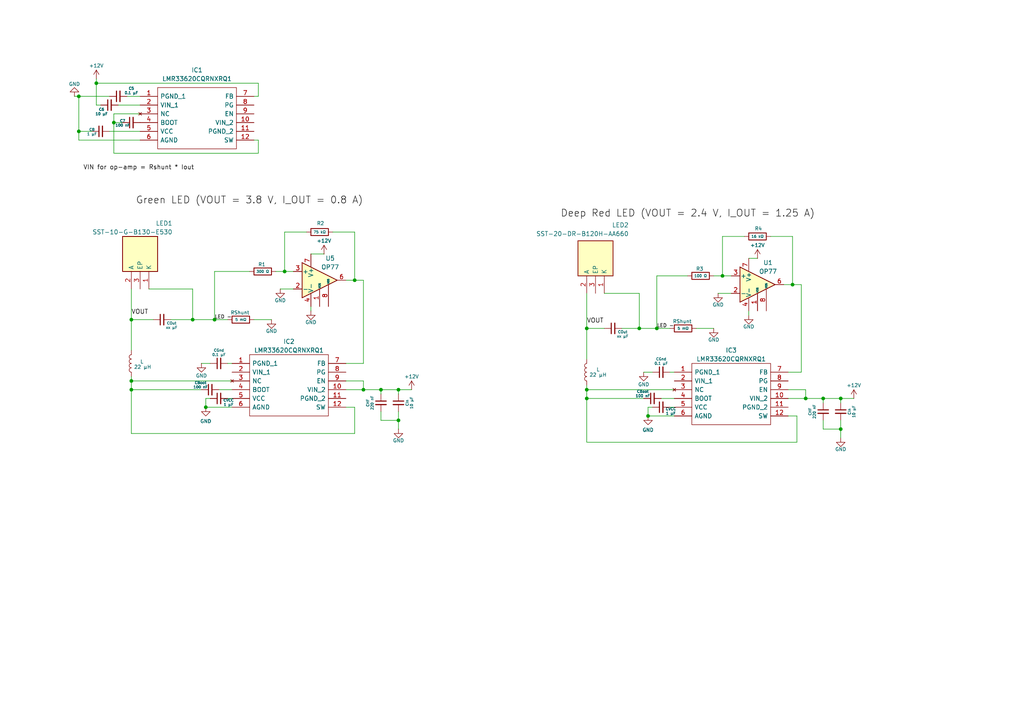
<source format=kicad_sch>
(kicad_sch (version 20231120) (generator "eeschema") (generator_version "8.0")
  (paper "A4")
  (lib_symbols
    (symbol "Amplifier_Operational:OP77" (pin_names (offset 0.127))
      (property "Reference" "U" (at 1.27 6.35 0))
      (property "Value" "OP77" (at 1.27 3.81 0))
      (symbol "OP77_0_1"
        (polyline (pts (xy -5.08 5.08) (xy 5.08 0) (xy -5.08 -5.08) (xy -5.08 5.08)) (stroke (width 0.254)) (fill (type background)))
      )
      (symbol "OP77_1_1"
        (pin input line (at 0 -7.62 90) (length 5.08) (name "VOS") (number "1"))
        (pin input line (at -7.62 -2.54 0) (length 2.54) (name "-") (number "2"))
        (pin input line (at -7.62 2.54 0) (length 2.54) (name "+") (number "3"))
        (pin power_in line (at -2.54 -7.62 90) (length 3.81) (name "V-") (number "4"))
        (pin no_connect line (at 0 2.54 270) (length 2.54) hide (name "NC") (number "5"))
        (pin output line (at 7.62 0 180) (length 2.54) (name "~") (number "6"))
        (pin power_in line (at -2.54 7.62 270) (length 3.81) (name "V+") (number "7"))
        (pin input line (at 2.54 -7.62 90) (length 6.35) (name "VOS") (number "8"))
      )
    )
    (symbol "Device:C_Small" (pin_numbers hide) (pin_names (offset 0.254) hide)
      (property "Reference" "C" (at 0.254 1.778 0))
      (property "Value" "C_Small" (at 0.254 -2.032 0))
      (symbol "C_Small_0_1"
        (polyline (pts (xy -1.524 -0.508) (xy 1.524 -0.508)) (stroke (width 0.3302)))
        (polyline (pts (xy -1.524 0.508) (xy 1.524 0.508)) (stroke (width 0.3048)))
      )
      (symbol "C_Small_1_1"
        (pin passive line (at 0 2.54 270) (length 2.032) (name "~") (number "1"))
        (pin passive line (at 0 -2.54 90) (length 2.032) (name "~") (number "2"))
      )
    )
    (symbol "Device:L" (pin_numbers hide) (pin_names (offset 1.016) hide)
      (property "Reference" "L" (at -1.27 0 90))
      (property "Value" "L" (at 1.905 0 90))
      (symbol "L_0_1"
        (arc (start 0 -2.54) (mid 0.6323 -1.905) (end 0 -1.27))
        (arc (start 0 -1.27) (mid 0.6323 -0.635) (end 0 0))
        (arc (start 0 0) (mid 0.6323 0.635) (end 0 1.27))
        (arc (start 0 1.27) (mid 0.6323 1.905) (end 0 2.54))
      )
      (symbol "L_1_1"
        (pin passive line (at 0 3.81 270) (length 1.27) (name "1") (number "1"))
        (pin passive line (at 0 -3.81 90) (length 1.27) (name "2") (number "2"))
      )
    )
    (symbol "Device:R" (pin_numbers hide) (pin_names (offset 0))
      (property "Reference" "R" (at 2.032 0 90))
      (property "Value" "R" (at 0 0 90))
      (symbol "R_0_1"
        (rectangle (start -1.016 -2.54) (end 1.016 2.54) (stroke (width 0.254)))
      )
      (symbol "R_1_1"
        (pin passive line (at 0 3.81 270) (length 1.27) (name "~") (number "1"))
        (pin passive line (at 0 -3.81 90) (length 1.27) (name "~") (number "2"))
      )
    )
    (symbol "LMR33620CQRNXRQ1:LMR33620CQRNXRQ1" (pin_names (offset 0.762))
      (property "Reference" "IC" (at 29.21 7.62 0))
      (property "Value" "LMR33620CQRNXRQ1" (at 29.21 5.08 0))
      (symbol "LMR33620CQRNXRQ1_0_0"
        (pin passive line (at 0 0 0) (length 5.08) (name "PGND_1") (number "1"))
        (pin passive line (at 33.02 -7.62 180) (length 5.08) (name "VIN_2") (number "10"))
        (pin passive line (at 33.02 -10.16 180) (length 5.08) (name "PGND_2") (number "11"))
        (pin passive line (at 33.02 -12.7 180) (length 5.08) (name "SW") (number "12"))
        (pin passive line (at 0 -2.54 0) (length 5.08) (name "VIN_1") (number "2"))
        (pin no_connect line (at 0 -5.08 0) (length 5.08) (name "NC") (number "3"))
        (pin passive line (at 0 -7.62 0) (length 5.08) (name "BOOT") (number "4"))
        (pin passive line (at 0 -10.16 0) (length 5.08) (name "VCC") (number "5"))
        (pin passive line (at 0 -12.7 0) (length 5.08) (name "AGND") (number "6"))
        (pin passive line (at 33.02 0 180) (length 5.08) (name "FB") (number "7"))
        (pin passive line (at 33.02 -2.54 180) (length 5.08) (name "PG") (number "8"))
        (pin passive line (at 33.02 -5.08 180) (length 5.08) (name "EN") (number "9"))
      )
      (symbol "LMR33620CQRNXRQ1_0_1"
        (polyline (pts (xy 5.08 2.54) (xy 27.94 2.54) (xy 27.94 -15.24) (xy 5.08 -15.24) (xy 5.08 2.54)) (stroke (width 0.1524)))
      )
    )
    (symbol "SST-10-G-B130-E530:SST-10-G-B130-E530"
      (property "Reference" "LED" (at 16.51 7.62 0))
      (property "Value" "SST-10-G-B130-E530" (at 16.51 5.08 0))
      (symbol "SST-10-G-B130-E530_1_1"
        (rectangle (start 5.08 2.54) (end 15.24 -7.62) (stroke (width 0.254)) (fill (type background)))
        (pin passive line (at 0 0 0) (length 5.08) (name "K") (number "1"))
        (pin passive line (at 0 -5.08 0) (length 5.08) (name "A") (number "2"))
        (pin passive line (at 0 -2.54 0) (length 5.08) (name "EP") (number "3"))
      )
    )
    (symbol "SST-20-DR-B120H-AA660:SST-20-DR-B120H-AA660"
      (property "Reference" "LED" (at 16.51 7.62 0))
      (property "Value" "SST-20-DR-B120H-AA660" (at 16.51 5.08 0))
      (symbol "SST-20-DR-B120H-AA660_1_1"
        (rectangle (start 5.08 2.54) (end 15.24 -7.62) (stroke (width 0.254)) (fill (type background)))
        (pin passive line (at 0 0 0) (length 5.08) (name "K") (number "1"))
        (pin passive line (at 0 -5.08 0) (length 5.08) (name "A") (number "2"))
        (pin passive line (at 0 -2.54 0) (length 5.08) (name "EP") (number "3"))
      )
    )
    (symbol "power:+12V" (power) (pin_numbers hide) (pin_names (offset 0) hide)
      (property "Value" "+12V" (at 0 3.556 0))
      (symbol "+12V_0_1"
        (polyline (pts (xy -0.762 1.27) (xy 0 2.54)))
        (polyline (pts (xy 0 0) (xy 0 2.54)))
        (polyline (pts (xy 0 2.54) (xy 0.762 1.27)))
      )
      (symbol "+12V_1_1"
        (pin power_in line (at 0 0 90) (length 0) (name "~") (number "1"))
      )
    )
    (symbol "power:GND" (power) (pin_numbers hide) (pin_names (offset 0) hide)
      (property "Value" "GND" (at 0 -3.81 0))
      (symbol "GND_0_1"
        (polyline (pts (xy 0 0) (xy 0 -1.27) (xy 1.27 -1.27) (xy 0 -2.54) (xy -1.27 -1.27) (xy 0 -1.27)))
      )
      (symbol "GND_1_1"
        (pin power_in line (at 0 0 270) (length 0) (name "~") (number "1"))
      )
    )
  )
  (junction (at 62.23 92.71))
  (junction (at 170.18 95.25))
  (junction (at 185.42 95.25))
  (junction (at 115.57 113.03))
  (junction (at 229.87 82.55))
  (junction (at 102.87 81.28))
  (junction (at 105.41 113.03))
  (junction (at 38.1 92.71))
  (junction (at 55.88 92.71))
  (junction (at 209.55 80.01))
  (junction (at 115.57 121.92))
  (junction (at 33.02 35.56))
  (junction (at 243.84 115.57))
  (junction (at 110.49 113.03))
  (junction (at 170.18 113.03))
  (junction (at 170.18 115.57))
  (junction (at 38.1 113.03))
  (junction (at 22.86 38.1))
  (junction (at 233.68 115.57))
  (junction (at 59.69 118.11))
  (junction (at 22.86 27.94))
  (junction (at 27.94 24.13))
  (junction (at 38.1 110.49))
  (junction (at 190.5 95.25))
  (junction (at 82.55 78.74))
  (junction (at 238.76 115.57))
  (junction (at 187.96 120.65))
  (junction (at 243.84 124.46))
  (wire (pts (xy 170.18 115.57) (xy 170.18 113.03)))
  (wire (pts (xy 231.14 120.65) (xy 231.14 128.27)))
  (wire (pts (xy 105.41 105.41) (xy 100.33 105.41)))
  (wire (pts (xy 74.93 44.45) (xy 33.02 44.45)))
  (wire (pts (xy 31.75 38.1) (xy 40.64 38.1)))
  (wire (pts (xy 74.93 40.64) (xy 74.93 44.45)))
  (wire (pts (xy 74.93 27.94) (xy 73.66 27.94)))
  (wire (pts (xy 102.87 125.73) (xy 38.1 125.73)))
  (wire (pts (xy 110.49 121.92) (xy 115.57 121.92)))
  (wire (pts (xy 59.69 115.57) (xy 59.69 118.11)))
  (wire (pts (xy 38.1 113.03) (xy 38.1 110.49)))
  (wire (pts (xy 38.1 109.22) (xy 38.1 110.49)))
  (wire (pts (xy 33.02 44.45) (xy 33.02 35.56)))
  (wire (pts (xy 187.96 118.11) (xy 189.23 118.11)))
  (wire (pts (xy 22.86 38.1) (xy 22.86 27.94)))
  (wire (pts (xy 38.1 92.71) (xy 44.45 92.71)))
  (wire (pts (xy 73.66 92.71) (xy 78.74 92.71)))
  (wire (pts (xy 49.53 92.71) (xy 55.88 92.71)))
  (wire (pts (xy 27.94 24.13) (xy 27.94 30.48)))
  (wire (pts (xy 38.1 113.03) (xy 58.42 113.03)))
  (wire (pts (xy 73.66 40.64) (xy 74.93 40.64)))
  (wire (pts (xy 62.23 92.71) (xy 66.04 92.71)))
  (wire (pts (xy 58.42 105.41) (xy 60.96 105.41)))
  (wire (pts (xy 100.33 118.11) (xy 102.87 118.11)))
  (wire (pts (xy 207.01 80.01) (xy 209.55 80.01)))
  (wire (pts (xy 217.17 90.17) (xy 217.17 91.44)))
  (wire (pts (xy 63.5 113.03) (xy 67.31 113.03)))
  (wire (pts (xy 55.88 92.71) (xy 62.23 92.71)))
  (wire (pts (xy 33.02 35.56) (xy 33.02 33.02)))
  (wire (pts (xy 62.23 78.74) (xy 72.39 78.74)))
  (wire (pts (xy 59.69 115.57) (xy 60.96 115.57)))
  (wire (pts (xy 90.17 88.9) (xy 90.17 90.17)))
  (wire (pts (xy 93.98 73.66) (xy 90.17 73.66)))
  (wire (pts (xy 219.71 74.93) (xy 217.17 74.93)))
  (wire (pts (xy 180.34 95.25) (xy 185.42 95.25)))
  (wire (pts (xy 190.5 95.25) (xy 190.5 80.01)))
  (wire (pts (xy 66.04 105.41) (xy 67.31 105.41)))
  (wire (pts (xy 55.88 83.82) (xy 55.88 92.71)))
  (wire (pts (xy 110.49 119.38) (xy 110.49 121.92)))
  (wire (pts (xy 102.87 67.31) (xy 102.87 81.28)))
  (wire (pts (xy 22.86 40.64) (xy 22.86 38.1)))
  (wire (pts (xy 170.18 113.03) (xy 195.58 113.03)))
  (wire (pts (xy 227.33 82.55) (xy 229.87 82.55)))
  (wire (pts (xy 243.84 116.84) (xy 243.84 115.57)))
  (wire (pts (xy 232.41 107.95) (xy 228.6 107.95)))
  (wire (pts (xy 170.18 95.25) (xy 175.26 95.25)))
  (wire (pts (xy 22.86 27.94) (xy 31.75 27.94)))
  (wire (pts (xy 102.87 118.11) (xy 102.87 125.73)))
  (wire (pts (xy 228.6 113.03) (xy 233.68 113.03)))
  (wire (pts (xy 170.18 128.27) (xy 170.18 115.57)))
  (wire (pts (xy 232.41 82.55) (xy 232.41 107.95)))
  (wire (pts (xy 21.59 27.94) (xy 22.86 27.94)))
  (wire (pts (xy 201.93 95.25) (xy 207.01 95.25)))
  (wire (pts (xy 170.18 115.57) (xy 186.69 115.57)))
  (wire (pts (xy 115.57 124.46) (xy 115.57 121.92)))
  (wire (pts (xy 223.52 68.58) (xy 229.87 68.58)))
  (wire (pts (xy 66.04 115.57) (xy 67.31 115.57)))
  (wire (pts (xy 238.76 121.92) (xy 238.76 124.46)))
  (wire (pts (xy 194.31 107.95) (xy 195.58 107.95)))
  (wire (pts (xy 80.01 78.74) (xy 82.55 78.74)))
  (wire (pts (xy 105.41 81.28) (xy 105.41 105.41)))
  (wire (pts (xy 62.23 92.71) (xy 62.23 78.74)))
  (wire (pts (xy 38.1 110.49) (xy 67.31 110.49)))
  (wire (pts (xy 33.02 33.02) (xy 40.64 33.02)))
  (wire (pts (xy 105.41 113.03) (xy 100.33 113.03)))
  (wire (pts (xy 100.33 81.28) (xy 102.87 81.28)))
  (wire (pts (xy 194.31 118.11) (xy 195.58 118.11)))
  (wire (pts (xy 38.1 92.71) (xy 38.1 101.6)))
  (wire (pts (xy 100.33 110.49) (xy 105.41 110.49)))
  (wire (pts (xy 190.5 80.01) (xy 199.39 80.01)))
  (wire (pts (xy 59.69 118.11) (xy 67.31 118.11)))
  (wire (pts (xy 186.69 107.95) (xy 189.23 107.95)))
  (wire (pts (xy 243.84 124.46) (xy 243.84 121.92)))
  (wire (pts (xy 115.57 121.92) (xy 115.57 119.38)))
  (wire (pts (xy 170.18 111.76) (xy 170.18 113.03)))
  (wire (pts (xy 40.64 40.64) (xy 22.86 40.64)))
  (wire (pts (xy 27.94 30.48) (xy 29.21 30.48)))
  (wire (pts (xy 187.96 118.11) (xy 187.96 120.65)))
  (wire (pts (xy 105.41 110.49) (xy 105.41 113.03)))
  (wire (pts (xy 43.18 83.82) (xy 55.88 83.82)))
  (wire (pts (xy 38.1 125.73) (xy 38.1 113.03)))
  (wire (pts (xy 243.84 115.57) (xy 238.76 115.57)))
  (wire (pts (xy 26.67 38.1) (xy 22.86 38.1)))
  (wire (pts (xy 105.41 113.03) (xy 110.49 113.03)))
  (wire (pts (xy 170.18 85.09) (xy 170.18 95.25)))
  (wire (pts (xy 102.87 81.28) (xy 105.41 81.28)))
  (wire (pts (xy 82.55 78.74) (xy 82.55 67.31)))
  (wire (pts (xy 208.28 85.09) (xy 212.09 85.09)))
  (wire (pts (xy 228.6 120.65) (xy 231.14 120.65)))
  (wire (pts (xy 74.93 24.13) (xy 27.94 24.13)))
  (wire (pts (xy 190.5 95.25) (xy 194.31 95.25)))
  (wire (pts (xy 233.68 115.57) (xy 238.76 115.57)))
  (wire (pts (xy 36.83 27.94) (xy 40.64 27.94)))
  (wire (pts (xy 33.02 35.56) (xy 35.56 35.56)))
  (wire (pts (xy 119.38 113.03) (xy 115.57 113.03)))
  (wire (pts (xy 175.26 85.09) (xy 185.42 85.09)))
  (wire (pts (xy 238.76 124.46) (xy 243.84 124.46)))
  (wire (pts (xy 229.87 68.58) (xy 229.87 82.55)))
  (wire (pts (xy 231.14 128.27) (xy 170.18 128.27)))
  (wire (pts (xy 74.93 27.94) (xy 74.93 24.13)))
  (wire (pts (xy 170.18 95.25) (xy 170.18 104.14)))
  (wire (pts (xy 38.1 83.82) (xy 38.1 92.71)))
  (wire (pts (xy 27.94 22.86) (xy 27.94 24.13)))
  (wire (pts (xy 115.57 114.3) (xy 115.57 113.03)))
  (wire (pts (xy 115.57 113.03) (xy 110.49 113.03)))
  (wire (pts (xy 233.68 113.03) (xy 233.68 115.57)))
  (wire (pts (xy 233.68 115.57) (xy 228.6 115.57)))
  (wire (pts (xy 187.96 120.65) (xy 195.58 120.65)))
  (wire (pts (xy 82.55 67.31) (xy 88.9 67.31)))
  (wire (pts (xy 191.77 115.57) (xy 195.58 115.57)))
  (wire (pts (xy 247.65 115.57) (xy 243.84 115.57)))
  (wire (pts (xy 81.28 83.82) (xy 85.09 83.82)))
  (wire (pts (xy 209.55 80.01) (xy 212.09 80.01)))
  (wire (pts (xy 185.42 95.25) (xy 190.5 95.25)))
  (wire (pts (xy 185.42 85.09) (xy 185.42 95.25)))
  (wire (pts (xy 209.55 68.58) (xy 215.9 68.58)))
  (wire (pts (xy 96.52 67.31) (xy 102.87 67.31)))
  (wire (pts (xy 229.87 82.55) (xy 232.41 82.55)))
  (wire (pts (xy 82.55 78.74) (xy 85.09 78.74)))
  (wire (pts (xy 110.49 114.3) (xy 110.49 113.03)))
  (wire (pts (xy 34.29 30.48) (xy 40.64 30.48)))
  (wire (pts (xy 238.76 116.84) (xy 238.76 115.57)))
  (wire (pts (xy 243.84 127) (xy 243.84 124.46)))
  (wire (pts (xy 209.55 80.01) (xy 209.55 68.58)))
  (label "VOUT" (at 170.18 93.98 0))
  (label "Green LED (VOUT = 3.8 V, I_OUT = 0.8 A)" (at 39.37 59.69 0) (effects (font (size 2.032 2.032))))
  (label "VOUT" (at 38.1 91.44 0))
  (label "Deep Red LED (VOUT = 2.4 V, I_OUT = 1.25 A)" (at 162.56 63.5 0) (effects (font (size 2.032 2.032))))
  (label "VIN for op-amp = Rshunt * Iout" (at 24.13 49.53 0))
  (label "LED -" (at 190.5 95.25 0) (effects (font (size 1.016 1.016))))
  (label "LED -" (at 62.23 92.71 0) (effects (font (size 1.016 1.016))))
  (symbol (lib_id "Device:C_Small") (at 238.76 119.38 0) (mirror y) (unit 1)
    (property "Reference" "CHF" (at 234.95 119.38 90) (effects (font (size 0.762 0.762))))
    (property "Value" "220 nF" (at 236.22 119.38 90) (effects (font (size 0.762 0.762))))
    (property "Description" "Unpolarized capacitor, small symbol" (effects (hide yes)))
  )
  (symbol (lib_id "Device:R") (at 76.2 78.74 90) (unit 1)
    (property "Reference" "R1" (at 75.946 76.708 90) (effects (font (size 1.016 1.016))))
    (property "Value" "300 Ω" (at 76.2 78.74 90) (effects (font (size 0.762 0.762))))
    (property "Description" "Resistor" (effects (hide yes)))
  )
  (symbol (lib_id "Device:C_Small") (at 189.23 115.57 90) (unit 1)
    (property "Reference" "CBoot" (at 186.436 113.538 90) (effects (font (size 0.762 0.762))))
    (property "Value" "100 nF" (at 186.436 114.808 90) (effects (font (size 0.762 0.762))))
    (property "Description" "Unpolarized capacitor, small symbol" (effects (hide yes)))
  )
  (symbol (lib_id "Device:R") (at 92.71 67.31 90) (unit 1)
    (property "Reference" "R2" (at 92.964 64.77 90) (effects (font (size 1.016 1.016))))
    (property "Value" "75 kΩ" (at 92.71 67.31 90) (effects (font (size 0.762 0.762))))
    (property "Description" "Resistor" (effects (hide yes)))
  )
  (symbol (lib_id "Device:C_Small") (at 46.99 92.71 90) (unit 1)
    (property "Reference" "COut" (at 49.784 93.726 90) (effects (font (size 0.762 0.762))))
    (property "Value" "xx µF" (at 49.784 94.996 90) (effects (font (size 0.762 0.762))))
    (property "Description" "Unpolarized capacitor, small symbol" (effects (hide yes)))
  )
  (symbol (lib_id "Device:R") (at 69.85 92.71 90) (unit 1)
    (property "Reference" "RShunt" (at 69.596 90.678 90) (effects (font (size 1.016 1.016))))
    (property "Value" "5 mΩ" (at 69.85 92.71 90) (effects (font (size 0.762 0.762))))
    (property "Description" "Resistor" (effects (hide yes)))
  )
  (symbol (lib_id "power:+12V") (at 219.71 74.93 0) (mirror y) (unit 1)
    (property "Reference" "#PWR022" (effects (hide yes)))
    (property "Value" "+12V" (at 219.71 71.12 0) (effects (font (size 1.016 1.016))))
    (property "Description" "Power symbol creates a global label with name \"+12V\"" (effects (hide yes)))
  )
  (symbol (lib_id "Device:C_Small") (at 38.1 35.56 90) (unit 1)
    (property "Reference" "C7" (at 35.56 35.052 90) (effects (font (size 0.762 0.762))))
    (property "Value" "100 nF" (at 35.56 36.322 90) (effects (font (size 0.762 0.762))))
    (property "Description" "Unpolarized capacitor, small symbol" (effects (hide yes)))
  )
  (symbol (lib_id "power:GND") (at 243.84 127 0) (mirror y) (unit 1)
    (property "Reference" "#PWR013" (effects (hide yes)))
    (property "Value" "GND" (at 243.84 130.302 0) (effects (font (size 1.016 1.016))))
    (property "Description" "Power symbol creates a global label with name \"GND\" , ground" (effects (hide yes)))
  )
  (symbol (lib_id "Device:C_Small") (at 63.5 115.57 90) (unit 1)
    (property "Reference" "CVCC" (at 66.294 116.078 90) (effects (font (size 0.762 0.762))))
    (property "Value" "1 µF" (at 66.294 117.348 90) (effects (font (size 0.762 0.762))))
    (property "Description" "Unpolarized capacitor, small symbol" (effects (hide yes)))
  )
  (symbol (lib_id "power:GND") (at 217.17 91.44 0) (unit 1)
    (property "Reference" "#PWR021" (effects (hide yes)))
    (property "Value" "GND" (at 217.17 94.742 0) (effects (font (size 1.016 1.016))))
    (property "Description" "Power symbol creates a global label with name \"GND\" , ground" (effects (hide yes)))
  )
  (symbol (lib_id "power:GND") (at 186.69 107.95 0) (unit 1)
    (property "Reference" "#PWR09" (effects (hide yes)))
    (property "Value" "GND" (at 186.69 111.506 0) (effects (font (size 1.016 1.016))))
    (property "Description" "Power symbol creates a global label with name \"GND\" , ground" (effects (hide yes)))
  )
  (symbol (lib_id "LMR33620CQRNXRQ1:LMR33620CQRNXRQ1") (at 195.58 107.95 0) (unit 1)
    (property "Reference" "IC3" (at 212.09 101.6 0))
    (property "Value" "LMR33620CQRNXRQ1" (at 212.09 104.14 0))
    (property "Footprint" "LMR36015FSCQRNXTQ1" (effects (hide yes)))
    (property "Datasheet" "https://www.ti.com/lit/gpn/lmr33620-q1" (effects (hide yes)))
    (property "Description" "Conv DC-DC 3.8V to 36V Synchronous Step Down Single-Out 1V to 24V 2A Automotive 12-Pin VQFN-HR T/R" (effects (hide yes)))
    (property "Description_1" "Conv DC-DC 3.8V to 36V Synchronous Step Down Single-Out 1V to 24V 2A Automotive 12-Pin VQFN-HR T/R" (effects (hide yes)))
    (property "Height" "0.9" (effects (hide yes)))
    (property "Mouser Part Number" "595-LMR33620CQRNXRQ1" (effects (hide yes)))
    (property "Mouser Price/Stock" "https://www.mouser.co.uk/ProductDetail/Texas-Instruments/LMR33620CQRNXRQ1?qs=PqoDHHvF648ChHGHxEMweg%3D%3D" (effects (hide yes)))
    (property "Manufacturer_Name" "Texas Instruments" (effects (hide yes)))
    (property "Manufacturer_Part_Number" "LMR33620CQRNXRQ1" (effects (hide yes)))
  )
  (symbol (lib_id "Device:C_Small") (at 115.57 116.84 0) (mirror y) (unit 1)
    (property "Reference" "CIn" (at 118.11 116.84 90) (effects (font (size 0.762 0.762))))
    (property "Value" "10 µF" (at 119.38 116.84 90) (effects (font (size 0.762 0.762))))
    (property "Description" "Unpolarized capacitor, small symbol" (effects (hide yes)))
  )
  (symbol (lib_id "power:GND") (at 207.01 95.25 0) (unit 1)
    (property "Reference" "#PWR011" (effects (hide yes)))
    (property "Value" "GND" (at 207.01 98.552 0) (effects (font (size 1.016 1.016))))
    (property "Description" "Power symbol creates a global label with name \"GND\" , ground" (effects (hide yes)))
  )
  (symbol (lib_id "Device:C_Small") (at 177.8 95.25 90) (unit 1)
    (property "Reference" "COut" (at 180.594 96.266 90) (effects (font (size 0.762 0.762))))
    (property "Value" "xx µF" (at 180.594 97.536 90) (effects (font (size 0.762 0.762))))
    (property "Description" "Unpolarized capacitor, small symbol" (effects (hide yes)))
  )
  (symbol (lib_id "Device:L") (at 170.18 107.95 180) (unit 1)
    (property "Reference" "L" (at 172.974 107.188 0) (effects (font (size 1.016 1.016)) (justify right)))
    (property "Value" "22 µH" (at 170.942 108.712 0) (effects (font (size 1.016 1.016)) (justify right)))
    (property "Description" "Inductor" (effects (hide yes)))
  )
  (symbol (lib_id "power:GND") (at 21.59 27.94 180) (unit 1)
    (property "Reference" "#PWR04" (effects (hide yes)))
    (property "Value" "GND" (at 21.59 24.384 0) (effects (font (size 1.016 1.016))))
    (property "Description" "Power symbol creates a global label with name \"GND\" , ground" (effects (hide yes)))
  )
  (symbol (lib_id "power:+12V") (at 247.65 115.57 0) (mirror y) (unit 1)
    (property "Reference" "#PWR014" (effects (hide yes)))
    (property "Value" "+12V" (at 247.65 111.76 0) (effects (font (size 1.016 1.016))))
    (property "Description" "Power symbol creates a global label with name \"+12V\"" (effects (hide yes)))
  )
  (symbol (lib_id "LMR33620CQRNXRQ1:LMR33620CQRNXRQ1") (at 40.64 27.94 0) (unit 1)
    (property "Reference" "IC1" (at 57.15 20.32 0))
    (property "Value" "LMR33620CQRNXRQ1" (at 57.15 22.86 0))
    (property "Footprint" "LMR36015FSCQRNXTQ1" (effects (hide yes)))
    (property "Datasheet" "https://www.ti.com/lit/gpn/lmr33620-q1" (effects (hide yes)))
    (property "Description" "Conv DC-DC 3.8V to 36V Synchronous Step Down Single-Out 1V to 24V 2A Automotive 12-Pin VQFN-HR T/R" (effects (hide yes)))
    (property "Description_1" "Conv DC-DC 3.8V to 36V Synchronous Step Down Single-Out 1V to 24V 2A Automotive 12-Pin VQFN-HR T/R" (effects (hide yes)))
    (property "Height" "0.9" (effects (hide yes)))
    (property "Mouser Part Number" "595-LMR33620CQRNXRQ1" (effects (hide yes)))
    (property "Mouser Price/Stock" "https://www.mouser.co.uk/ProductDetail/Texas-Instruments/LMR33620CQRNXRQ1?qs=PqoDHHvF648ChHGHxEMweg%3D%3D" (effects (hide yes)))
    (property "Manufacturer_Name" "Texas Instruments" (effects (hide yes)))
    (property "Manufacturer_Part_Number" "LMR33620CQRNXRQ1" (effects (hide yes)))
  )
  (symbol (lib_id "power:GND") (at 115.57 124.46 0) (mirror y) (unit 1)
    (property "Reference" "#PWR06" (effects (hide yes)))
    (property "Value" "GND" (at 115.57 127.762 0) (effects (font (size 1.016 1.016))))
    (property "Description" "Power symbol creates a global label with name \"GND\" , ground" (effects (hide yes)))
  )
  (symbol (lib_id "power:GND") (at 78.74 92.71 0) (unit 1)
    (property "Reference" "#PWR07" (effects (hide yes)))
    (property "Value" "GND" (at 78.74 96.012 0) (effects (font (size 1.016 1.016))))
    (property "Description" "Power symbol creates a global label with name \"GND\" , ground" (effects (hide yes)))
  )
  (symbol (lib_id "SST-10-G-B130-E530:SST-10-G-B130-E530") (at 43.18 83.82 270) (mirror x) (unit 1)
    (property "Reference" "LED1" (at 50.038 64.77 90) (effects (justify right)))
    (property "Value" "SST-10-G-B130-E530" (at 50.038 67.31 90) (effects (justify right)))
    (property "Footprint" "SST10GB130E530" (effects (hide yes)))
    (property "Datasheet" "https://download.luminus.com/datasheets/Luminus_SST-10-G_Datasheet.pdf" (effects (hide yes)))
    (property "Description" "High Power LEDs - Single Color Green LED Emit 530nm, SST-10 Series" (effects (hide yes)))
    (property "Height" "2.03" (effects (hide yes)))
    (property "Mouser Part Number" "896-SST10GB130E530" (effects (hide yes)))
    (property "Mouser Price/Stock" "https://www.mouser.co.uk/ProductDetail/Luminus-Devices/SST-10-G-B130-E530?qs=byeeYqUIh0NWJqegOqjEoQ%3D%3D" (effects (hide yes)))
    (property "Manufacturer_Name" "Luminus Devices Inc." (effects (hide yes)))
    (property "Manufacturer_Part_Number" "SST-10-G-B130-E530" (effects (hide yes)))
  )
  (symbol (lib_id "Device:L") (at 38.1 105.41 180) (unit 1)
    (property "Reference" "L" (at 40.64 104.902 0) (effects (font (size 1.016 1.016)) (justify right)))
    (property "Value" "22 µH" (at 38.862 106.426 0) (effects (font (size 1.016 1.016)) (justify right)))
    (property "Description" "Inductor" (effects (hide yes)))
  )
  (symbol (lib_id "Device:C_Small") (at 34.29 27.94 90) (unit 1)
    (property "Reference" "C5" (at 38.1 25.654 90) (effects (font (size 0.762 0.762))))
    (property "Value" "0.1 µF" (at 38.1 26.924 90) (effects (font (size 0.762 0.762))))
    (property "Description" "Unpolarized capacitor, small symbol" (effects (hide yes)))
  )
  (symbol (lib_id "power:+12V") (at 93.98 73.66 0) (mirror y) (unit 1)
    (property "Reference" "#PWR016" (effects (hide yes)))
    (property "Value" "+12V" (at 93.98 69.85 0) (effects (font (size 1.016 1.016))))
    (property "Description" "Power symbol creates a global label with name \"+12V\"" (effects (hide yes)))
  )
  (symbol (lib_id "Device:R") (at 219.71 68.58 90) (unit 1)
    (property "Reference" "R4" (at 219.964 66.294 90) (effects (font (size 1.016 1.016))))
    (property "Value" "16 kΩ" (at 219.71 68.58 90) (effects (font (size 0.762 0.762))))
    (property "Description" "Resistor" (effects (hide yes)))
  )
  (symbol (lib_id "Device:C_Small") (at 63.5 105.41 90) (unit 1)
    (property "Reference" "CGnd" (at 63.5 101.6 90) (effects (font (size 0.762 0.762))))
    (property "Value" "0.1 µF" (at 63.5 102.87 90) (effects (font (size 0.762 0.762))))
    (property "Description" "Unpolarized capacitor, small symbol" (effects (hide yes)))
  )
  (symbol (lib_id "Device:C_Small") (at 29.21 38.1 90) (unit 1)
    (property "Reference" "C8" (at 26.67 37.592 90) (effects (font (size 0.762 0.762))))
    (property "Value" "1 µF" (at 26.67 38.862 90) (effects (font (size 0.762 0.762))))
    (property "Description" "Unpolarized capacitor, small symbol" (effects (hide yes)))
  )
  (symbol (lib_id "Device:R") (at 203.2 80.01 90) (unit 1)
    (property "Reference" "R3" (at 202.946 77.978 90) (effects (font (size 1.016 1.016))))
    (property "Value" "100 Ω" (at 203.2 80.01 90) (effects (font (size 0.762 0.762))))
    (property "Description" "Resistor" (effects (hide yes)))
  )
  (symbol (lib_id "power:GND") (at 90.17 90.17 0) (unit 1)
    (property "Reference" "#PWR015" (effects (hide yes)))
    (property "Value" "GND" (at 90.17 93.472 0) (effects (font (size 1.016 1.016))))
    (property "Description" "Power symbol creates a global label with name \"GND\" , ground" (effects (hide yes)))
  )
  (symbol (lib_id "power:+12V") (at 119.38 113.03 0) (mirror y) (unit 1)
    (property "Reference" "#PWR05" (effects (hide yes)))
    (property "Value" "+12V" (at 119.38 109.22 0) (effects (font (size 1.016 1.016))))
    (property "Description" "Power symbol creates a global label with name \"+12V\"" (effects (hide yes)))
  )
  (symbol (lib_id "Device:C_Small") (at 191.77 107.95 90) (unit 1)
    (property "Reference" "CGnd" (at 191.77 104.14 90) (effects (font (size 0.762 0.762))))
    (property "Value" "0.1 µF" (at 191.77 105.41 90) (effects (font (size 0.762 0.762))))
    (property "Description" "Unpolarized capacitor, small symbol" (effects (hide yes)))
  )
  (symbol (lib_id "power:GND") (at 58.42 105.41 0) (unit 1)
    (property "Reference" "#PWR02" (effects (hide yes)))
    (property "Value" "GND" (at 58.42 108.966 0) (effects (font (size 1.016 1.016))))
    (property "Description" "Power symbol creates a global label with name \"GND\" , ground" (effects (hide yes)))
  )
  (symbol (lib_id "SST-20-DR-B120H-AA660:SST-20-DR-B120H-AA660") (at 175.26 85.09 270) (mirror x) (unit 1)
    (property "Reference" "LED2" (at 182.372 65.278 90) (effects (justify right)))
    (property "Value" "SST-20-DR-B120H-AA660" (at 182.372 67.818 90) (effects (justify right)))
    (property "Footprint" "SST20DRB120HAA660" (effects (hide yes)))
    (property "Datasheet" "https://download.luminus.com/datasheets/Luminus_SST-20-DRH_Gen3_Datasheet.pdf" (effects (hide yes)))
    (property "Description" "High Power LEDs - Single Color Deep Red LED 660 nm ,SST-20 Series" (effects (hide yes)))
    (property "Height" "2.11" (effects (hide yes)))
    (property "Mouser Part Number" "896-SST20DRB120HAA66" (effects (hide yes)))
    (property "Mouser Price/Stock" "https://www.mouser.co.uk/ProductDetail/Luminus-Devices/SST-20-DR-B120H-AA660?qs=tlsG%2FOw5FFghCLTHcaJGVw%3D%3D" (effects (hide yes)))
    (property "Manufacturer_Name" "Luminus Devices Inc." (effects (hide yes)))
    (property "Manufacturer_Part_Number" "SST-20-DR-B120H-AA660" (effects (hide yes)))
  )
  (symbol (lib_id "power:+12V") (at 27.94 22.86 0) (unit 1)
    (property "Reference" "#PWR03" (effects (hide yes)))
    (property "Value" "+12V" (at 27.94 19.05 0) (effects (font (size 1.016 1.016))))
    (property "Description" "Power symbol creates a global label with name \"+12V\"" (effects (hide yes)))
  )
  (symbol (lib_id "power:GND") (at 208.28 85.09 0) (unit 1)
    (property "Reference" "#PWR012" (effects (hide yes)))
    (property "Value" "GND" (at 208.28 88.392 0) (effects (font (size 1.016 1.016))))
    (property "Description" "Power symbol creates a global label with name \"GND\" , ground" (effects (hide yes)))
  )
  (symbol (lib_id "Amplifier_Operational:OP77") (at 219.71 82.55 0) (unit 1)
    (property "Reference" "U1" (at 222.758 76.2 0))
    (property "Value" "OP77" (at 222.758 78.74 0))
    (property "Datasheet" "https://www.analog.com/media/en/technical-documentation/data-sheets/OP77.pdf" (effects (hide yes)))
    (property "Description" "Next Generation OP07 Ultralow Offset Voltage Operational Amplifier, DIP-8/TO-99-8" (effects (hide yes)))
  )
  (symbol (lib_id "Device:C_Small") (at 60.96 113.03 90) (unit 1)
    (property "Reference" "CBoot" (at 58.166 110.998 90) (effects (font (size 0.762 0.762))))
    (property "Value" "100 nF" (at 58.166 112.268 90) (effects (font (size 0.762 0.762))))
    (property "Description" "Unpolarized capacitor, small symbol" (effects (hide yes)))
  )
  (symbol (lib_id "Device:C_Small") (at 110.49 116.84 0) (mirror y) (unit 1)
    (property "Reference" "CHF" (at 106.68 116.84 90) (effects (font (size 0.762 0.762))))
    (property "Value" "220 nF" (at 107.95 116.84 90) (effects (font (size 0.762 0.762))))
    (property "Description" "Unpolarized capacitor, small symbol" (effects (hide yes)))
  )
  (symbol (lib_id "Device:C_Small") (at 191.77 118.11 90) (unit 1)
    (property "Reference" "CVCC" (at 194.564 118.618 90) (effects (font (size 0.762 0.762))))
    (property "Value" "1 µF" (at 194.564 119.888 90) (effects (font (size 0.762 0.762))))
    (property "Description" "Unpolarized capacitor, small symbol" (effects (hide yes)))
  )
  (symbol (lib_id "power:GND") (at 187.96 120.65 0) (unit 1)
    (property "Reference" "#PWR010" (effects (hide yes)))
    (property "Value" "GND" (at 187.96 124.714 0) (effects (font (size 1.016 1.016))))
    (property "Description" "Power symbol creates a global label with name \"GND\" , ground" (effects (hide yes)))
  )
  (symbol (lib_id "power:GND") (at 81.28 83.82 0) (unit 1)
    (property "Reference" "#PWR08" (effects (hide yes)))
    (property "Value" "GND" (at 81.28 87.122 0) (effects (font (size 1.016 1.016))))
    (property "Description" "Power symbol creates a global label with name \"GND\" , ground" (effects (hide yes)))
  )
  (symbol (lib_id "Device:C_Small") (at 31.75 30.48 90) (unit 1)
    (property "Reference" "C6" (at 29.464 31.75 90) (effects (font (size 0.762 0.762))))
    (property "Value" "10 µF" (at 29.464 33.02 90) (effects (font (size 0.762 0.762))))
    (property "Description" "Unpolarized capacitor, small symbol" (effects (hide yes)))
  )
  (symbol (lib_id "power:GND") (at 59.69 118.11 0) (unit 1)
    (property "Reference" "#PWR01" (effects (hide yes)))
    (property "Value" "GND" (at 59.69 122.174 0) (effects (font (size 1.016 1.016))))
    (property "Description" "Power symbol creates a global label with name \"GND\" , ground" (effects (hide yes)))
  )
  (symbol (lib_id "LMR33620CQRNXRQ1:LMR33620CQRNXRQ1") (at 67.31 105.41 0) (unit 1)
    (property "Reference" "IC2" (at 83.82 99.06 0))
    (property "Value" "LMR33620CQRNXRQ1" (at 83.82 101.6 0))
    (property "Footprint" "LMR36015FSCQRNXTQ1" (effects (hide yes)))
    (property "Datasheet" "https://www.ti.com/lit/gpn/lmr33620-q1" (effects (hide yes)))
    (property "Description" "Conv DC-DC 3.8V to 36V Synchronous Step Down Single-Out 1V to 24V 2A Automotive 12-Pin VQFN-HR T/R" (effects (hide yes)))
    (property "Description_1" "Conv DC-DC 3.8V to 36V Synchronous Step Down Single-Out 1V to 24V 2A Automotive 12-Pin VQFN-HR T/R" (effects (hide yes)))
    (property "Height" "0.9" (effects (hide yes)))
    (property "Mouser Part Number" "595-LMR33620CQRNXRQ1" (effects (hide yes)))
    (property "Mouser Price/Stock" "https://www.mouser.co.uk/ProductDetail/Texas-Instruments/LMR33620CQRNXRQ1?qs=PqoDHHvF648ChHGHxEMweg%3D%3D" (effects (hide yes)))
    (property "Manufacturer_Name" "Texas Instruments" (effects (hide yes)))
    (property "Manufacturer_Part_Number" "LMR33620CQRNXRQ1" (effects (hide yes)))
  )
  (symbol (lib_id "Amplifier_Operational:OP77") (at 92.71 81.28 0) (unit 1)
    (property "Reference" "U5" (at 95.758 74.93 0))
    (property "Value" "OP77" (at 95.758 77.47 0))
    (property "Datasheet" "https://www.analog.com/media/en/technical-documentation/data-sheets/OP77.pdf" (effects (hide yes)))
    (property "Description" "Next Generation OP07 Ultralow Offset Voltage Operational Amplifier, DIP-8/TO-99-8" (effects (hide yes)))
  )
  (symbol (lib_id "Device:C_Small") (at 243.84 119.38 0) (mirror y) (unit 1)
    (property "Reference" "CIn" (at 246.38 119.38 90) (effects (font (size 0.762 0.762))))
    (property "Value" "10 µF" (at 247.65 119.38 90) (effects (font (size 0.762 0.762))))
    (property "Description" "Unpolarized capacitor, small symbol" (effects (hide yes)))
  )
  (symbol (lib_id "Device:R") (at 198.12 95.25 90) (unit 1)
    (property "Reference" "RShunt" (at 197.866 93.218 90) (effects (font (size 1.016 1.016))))
    (property "Value" "5 mΩ" (at 198.12 95.25 90) (effects (font (size 0.762 0.762))))
    (property "Description" "Resistor" (effects (hide yes)))
  )
)
</source>
